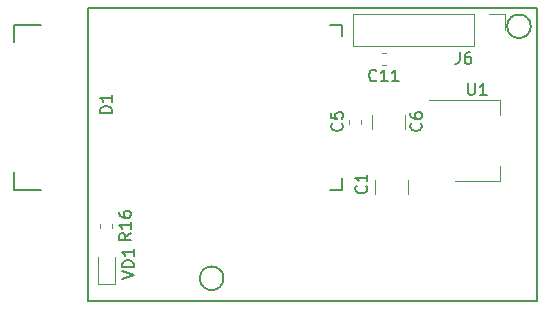
<source format=gbr>
G04 #@! TF.GenerationSoftware,KiCad,Pcbnew,(5.0.0)*
G04 #@! TF.CreationDate,2019-01-26T11:16:20+03:00*
G04 #@! TF.ProjectId,stm32mc,73746D33326D632E6B696361645F7063,rev?*
G04 #@! TF.SameCoordinates,Original*
G04 #@! TF.FileFunction,Legend,Top*
G04 #@! TF.FilePolarity,Positive*
%FSLAX46Y46*%
G04 Gerber Fmt 4.6, Leading zero omitted, Abs format (unit mm)*
G04 Created by KiCad (PCBNEW (5.0.0)) date 01/26/19 11:16:20*
%MOMM*%
%LPD*%
G01*
G04 APERTURE LIST*
%ADD10C,0.150000*%
%ADD11C,0.120000*%
G04 APERTURE END LIST*
D10*
X58531000Y-19050000D02*
G75*
G03X58531000Y-19050000I-1000000J0D01*
G01*
X32512000Y-40386000D02*
G75*
G03X32512000Y-40386000I-1000000J0D01*
G01*
X59055000Y-42291000D02*
X59055000Y-17526000D01*
X59024000Y-17507000D02*
X21082000Y-17526000D01*
X21082000Y-42291000D02*
X59055000Y-42291000D01*
X21082000Y-17526000D02*
X21082000Y-42291000D01*
G04 #@! TO.C,D1*
X14778000Y-31408000D02*
X14778000Y-32908000D01*
X14778000Y-32908000D02*
X17028000Y-32908000D01*
X17028000Y-18908000D02*
X14778000Y-18908000D01*
X42528000Y-19908000D02*
X42528000Y-18908000D01*
X42528000Y-18908000D02*
X41528000Y-18908000D01*
X42528000Y-31908000D02*
X42528000Y-32908000D01*
X42528000Y-32908000D02*
X41528000Y-32908000D01*
X14778000Y-18908000D02*
X14778000Y-20408000D01*
D11*
G04 #@! TO.C,C1*
X48096000Y-33241064D02*
X48096000Y-32036936D01*
X45376000Y-33241064D02*
X45376000Y-32036936D01*
G04 #@! TO.C,C5*
X43178000Y-27340779D02*
X43178000Y-27015221D01*
X44198000Y-27340779D02*
X44198000Y-27015221D01*
G04 #@! TO.C,C6*
X45122000Y-27780064D02*
X45122000Y-26575936D01*
X47842000Y-27780064D02*
X47842000Y-26575936D01*
G04 #@! TO.C,U1*
X55885000Y-32112000D02*
X55885000Y-30852000D01*
X55885000Y-25292000D02*
X55885000Y-26552000D01*
X52125000Y-32112000D02*
X55885000Y-32112000D01*
X49875000Y-25292000D02*
X55885000Y-25292000D01*
G04 #@! TO.C,R16*
X23116000Y-35778221D02*
X23116000Y-36103779D01*
X22096000Y-35778221D02*
X22096000Y-36103779D01*
G04 #@! TO.C,VD1*
X21871000Y-38570000D02*
X21871000Y-40855000D01*
X21871000Y-40855000D02*
X23341000Y-40855000D01*
X23341000Y-40855000D02*
X23341000Y-38570000D01*
G04 #@! TO.C,C11*
X46263779Y-22354000D02*
X45938221Y-22354000D01*
X46263779Y-21334000D02*
X45938221Y-21334000D01*
G04 #@! TO.C,J6*
X43501000Y-18037500D02*
X43501000Y-20697500D01*
X53721000Y-18037500D02*
X43501000Y-18037500D01*
X53721000Y-20697500D02*
X43501000Y-20697500D01*
X53721000Y-18037500D02*
X53721000Y-20697500D01*
X54991000Y-18037500D02*
X56321000Y-18037500D01*
X56321000Y-18037500D02*
X56321000Y-19367500D01*
G04 #@! TD*
G04 #@! TO.C,D1*
D10*
X23058380Y-26392095D02*
X22058380Y-26392095D01*
X22058380Y-26154000D01*
X22106000Y-26011142D01*
X22201238Y-25915904D01*
X22296476Y-25868285D01*
X22486952Y-25820666D01*
X22629809Y-25820666D01*
X22820285Y-25868285D01*
X22915523Y-25915904D01*
X23010761Y-26011142D01*
X23058380Y-26154000D01*
X23058380Y-26392095D01*
X23058380Y-24868285D02*
X23058380Y-25439714D01*
X23058380Y-25154000D02*
X22058380Y-25154000D01*
X22201238Y-25249238D01*
X22296476Y-25344476D01*
X22344095Y-25439714D01*
G04 #@! TO.C,C1*
X44593142Y-32555666D02*
X44640761Y-32603285D01*
X44688380Y-32746142D01*
X44688380Y-32841380D01*
X44640761Y-32984238D01*
X44545523Y-33079476D01*
X44450285Y-33127095D01*
X44259809Y-33174714D01*
X44116952Y-33174714D01*
X43926476Y-33127095D01*
X43831238Y-33079476D01*
X43736000Y-32984238D01*
X43688380Y-32841380D01*
X43688380Y-32746142D01*
X43736000Y-32603285D01*
X43783619Y-32555666D01*
X44688380Y-31603285D02*
X44688380Y-32174714D01*
X44688380Y-31889000D02*
X43688380Y-31889000D01*
X43831238Y-31984238D01*
X43926476Y-32079476D01*
X43974095Y-32174714D01*
G04 #@! TO.C,C5*
X42521142Y-27281166D02*
X42568761Y-27328785D01*
X42616380Y-27471642D01*
X42616380Y-27566880D01*
X42568761Y-27709738D01*
X42473523Y-27804976D01*
X42378285Y-27852595D01*
X42187809Y-27900214D01*
X42044952Y-27900214D01*
X41854476Y-27852595D01*
X41759238Y-27804976D01*
X41664000Y-27709738D01*
X41616380Y-27566880D01*
X41616380Y-27471642D01*
X41664000Y-27328785D01*
X41711619Y-27281166D01*
X41616380Y-26376404D02*
X41616380Y-26852595D01*
X42092571Y-26900214D01*
X42044952Y-26852595D01*
X41997333Y-26757357D01*
X41997333Y-26519261D01*
X42044952Y-26424023D01*
X42092571Y-26376404D01*
X42187809Y-26328785D01*
X42425904Y-26328785D01*
X42521142Y-26376404D01*
X42568761Y-26424023D01*
X42616380Y-26519261D01*
X42616380Y-26757357D01*
X42568761Y-26852595D01*
X42521142Y-26900214D01*
G04 #@! TO.C,C6*
X49218142Y-27268666D02*
X49265761Y-27316285D01*
X49313380Y-27459142D01*
X49313380Y-27554380D01*
X49265761Y-27697238D01*
X49170523Y-27792476D01*
X49075285Y-27840095D01*
X48884809Y-27887714D01*
X48741952Y-27887714D01*
X48551476Y-27840095D01*
X48456238Y-27792476D01*
X48361000Y-27697238D01*
X48313380Y-27554380D01*
X48313380Y-27459142D01*
X48361000Y-27316285D01*
X48408619Y-27268666D01*
X48313380Y-26411523D02*
X48313380Y-26602000D01*
X48361000Y-26697238D01*
X48408619Y-26744857D01*
X48551476Y-26840095D01*
X48741952Y-26887714D01*
X49122904Y-26887714D01*
X49218142Y-26840095D01*
X49265761Y-26792476D01*
X49313380Y-26697238D01*
X49313380Y-26506761D01*
X49265761Y-26411523D01*
X49218142Y-26363904D01*
X49122904Y-26316285D01*
X48884809Y-26316285D01*
X48789571Y-26363904D01*
X48741952Y-26411523D01*
X48694333Y-26506761D01*
X48694333Y-26697238D01*
X48741952Y-26792476D01*
X48789571Y-26840095D01*
X48884809Y-26887714D01*
G04 #@! TO.C,U1*
X53213095Y-23869380D02*
X53213095Y-24678904D01*
X53260714Y-24774142D01*
X53308333Y-24821761D01*
X53403571Y-24869380D01*
X53594047Y-24869380D01*
X53689285Y-24821761D01*
X53736904Y-24774142D01*
X53784523Y-24678904D01*
X53784523Y-23869380D01*
X54784523Y-24869380D02*
X54213095Y-24869380D01*
X54498809Y-24869380D02*
X54498809Y-23869380D01*
X54403571Y-24012238D01*
X54308333Y-24107476D01*
X54213095Y-24155095D01*
G04 #@! TO.C,R16*
X24668380Y-36583857D02*
X24192190Y-36917190D01*
X24668380Y-37155285D02*
X23668380Y-37155285D01*
X23668380Y-36774333D01*
X23716000Y-36679095D01*
X23763619Y-36631476D01*
X23858857Y-36583857D01*
X24001714Y-36583857D01*
X24096952Y-36631476D01*
X24144571Y-36679095D01*
X24192190Y-36774333D01*
X24192190Y-37155285D01*
X24668380Y-35631476D02*
X24668380Y-36202904D01*
X24668380Y-35917190D02*
X23668380Y-35917190D01*
X23811238Y-36012428D01*
X23906476Y-36107666D01*
X23954095Y-36202904D01*
X23668380Y-34774333D02*
X23668380Y-34964809D01*
X23716000Y-35060047D01*
X23763619Y-35107666D01*
X23906476Y-35202904D01*
X24096952Y-35250523D01*
X24477904Y-35250523D01*
X24573142Y-35202904D01*
X24620761Y-35155285D01*
X24668380Y-35060047D01*
X24668380Y-34869571D01*
X24620761Y-34774333D01*
X24573142Y-34726714D01*
X24477904Y-34679095D01*
X24239809Y-34679095D01*
X24144571Y-34726714D01*
X24096952Y-34774333D01*
X24049333Y-34869571D01*
X24049333Y-35060047D01*
X24096952Y-35155285D01*
X24144571Y-35202904D01*
X24239809Y-35250523D01*
G04 #@! TO.C,VD1*
X23922380Y-40441523D02*
X24922380Y-40108190D01*
X23922380Y-39774857D01*
X24922380Y-39441523D02*
X23922380Y-39441523D01*
X23922380Y-39203428D01*
X23970000Y-39060571D01*
X24065238Y-38965333D01*
X24160476Y-38917714D01*
X24350952Y-38870095D01*
X24493809Y-38870095D01*
X24684285Y-38917714D01*
X24779523Y-38965333D01*
X24874761Y-39060571D01*
X24922380Y-39203428D01*
X24922380Y-39441523D01*
X24922380Y-37917714D02*
X24922380Y-38489142D01*
X24922380Y-38203428D02*
X23922380Y-38203428D01*
X24065238Y-38298666D01*
X24160476Y-38393904D01*
X24208095Y-38489142D01*
G04 #@! TO.C,C11*
X45458142Y-23631142D02*
X45410523Y-23678761D01*
X45267666Y-23726380D01*
X45172428Y-23726380D01*
X45029571Y-23678761D01*
X44934333Y-23583523D01*
X44886714Y-23488285D01*
X44839095Y-23297809D01*
X44839095Y-23154952D01*
X44886714Y-22964476D01*
X44934333Y-22869238D01*
X45029571Y-22774000D01*
X45172428Y-22726380D01*
X45267666Y-22726380D01*
X45410523Y-22774000D01*
X45458142Y-22821619D01*
X46410523Y-23726380D02*
X45839095Y-23726380D01*
X46124809Y-23726380D02*
X46124809Y-22726380D01*
X46029571Y-22869238D01*
X45934333Y-22964476D01*
X45839095Y-23012095D01*
X47362904Y-23726380D02*
X46791476Y-23726380D01*
X47077190Y-23726380D02*
X47077190Y-22726380D01*
X46981952Y-22869238D01*
X46886714Y-22964476D01*
X46791476Y-23012095D01*
G04 #@! TO.C,J6*
X52498666Y-21232880D02*
X52498666Y-21947166D01*
X52451047Y-22090023D01*
X52355809Y-22185261D01*
X52212952Y-22232880D01*
X52117714Y-22232880D01*
X53403428Y-21232880D02*
X53212952Y-21232880D01*
X53117714Y-21280500D01*
X53070095Y-21328119D01*
X52974857Y-21470976D01*
X52927238Y-21661452D01*
X52927238Y-22042404D01*
X52974857Y-22137642D01*
X53022476Y-22185261D01*
X53117714Y-22232880D01*
X53308190Y-22232880D01*
X53403428Y-22185261D01*
X53451047Y-22137642D01*
X53498666Y-22042404D01*
X53498666Y-21804309D01*
X53451047Y-21709071D01*
X53403428Y-21661452D01*
X53308190Y-21613833D01*
X53117714Y-21613833D01*
X53022476Y-21661452D01*
X52974857Y-21709071D01*
X52927238Y-21804309D01*
G04 #@! TD*
M02*

</source>
